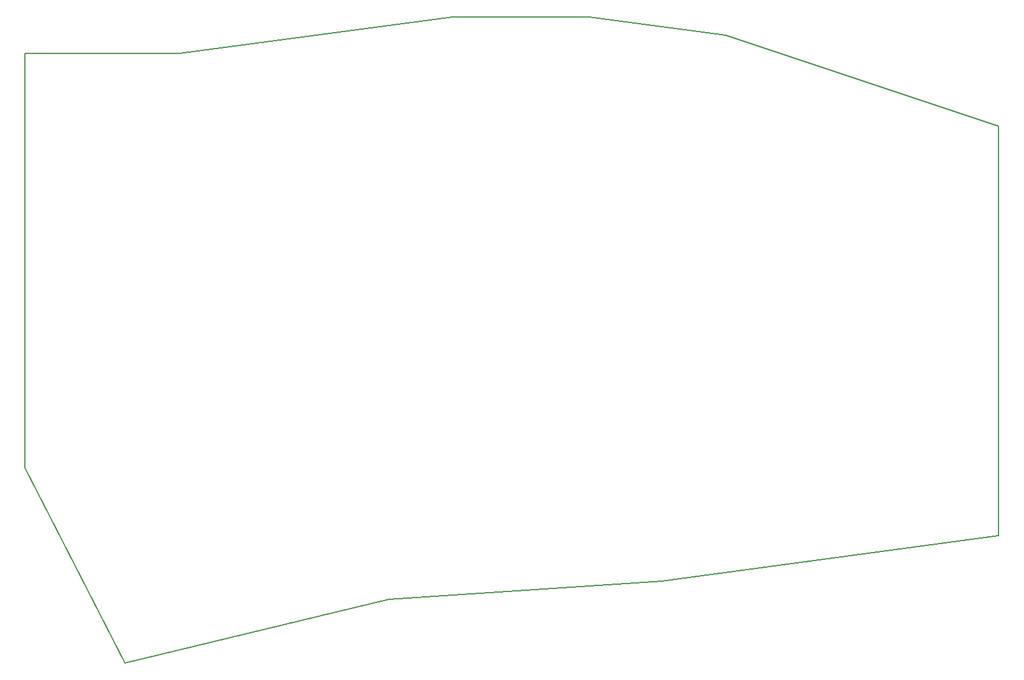
<source format=gm1>
From 091566813df47450a6fca945339cd1e1ba90c915 Mon Sep 17 00:00:00 2001
From: Marc Poulhiès <dkm@kataplop.net>
Date: Wed, 2 Sep 2020 16:06:58 +0200
Subject: Initial work for Pouetpouet board

Based on keyseebee but now very different.
---
 pcb/gerbers/v0.1/right/right-Edge.Cuts.gm1 | 40 ------------------------------
 1 file changed, 40 deletions(-)
 delete mode 100644 pcb/gerbers/v0.1/right/right-Edge.Cuts.gm1

(limited to 'pcb/gerbers/v0.1/right/right-Edge.Cuts.gm1')

diff --git a/pcb/gerbers/v0.1/right/right-Edge.Cuts.gm1 b/pcb/gerbers/v0.1/right/right-Edge.Cuts.gm1
deleted file mode 100644
index 9dbff5b..0000000
--- a/pcb/gerbers/v0.1/right/right-Edge.Cuts.gm1
+++ /dev/null
@@ -1,40 +0,0 @@
-G04 #@! TF.GenerationSoftware,KiCad,Pcbnew,5.0.2+dfsg1-1*
-G04 #@! TF.CreationDate,2020-08-02T18:17:23+02:00*
-G04 #@! TF.ProjectId,right,72696768-742e-46b6-9963-61645f706362,rev?*
-G04 #@! TF.SameCoordinates,Original*
-G04 #@! TF.FileFunction,Profile,NP*
-%FSLAX46Y46*%
-G04 Gerber Fmt 4.6, Leading zero omitted, Abs format (unit mm)*
-G04 Created by KiCad (PCBNEW 5.0.2+dfsg1-1) date dim. 02 août 2020 18:17:23 CEST*
-%MOMM*%
-%LPD*%
-G01*
-G04 APERTURE LIST*
-%ADD10C,0.150000*%
-%ADD11C,0.200000*%
-G04 APERTURE END LIST*
-D10*
-X80899000Y-64897000D02*
-X80899000Y-122682000D01*
-X102489000Y-64897000D02*
-X80899000Y-64897000D01*
-D11*
-X94869000Y-149987000D02*
-X80899000Y-122682000D01*
-X131699000Y-141097000D02*
-X94869000Y-149987000D01*
-X169799000Y-138557000D02*
-X131699000Y-141097000D01*
-X216789000Y-132207000D02*
-X169799000Y-138557000D01*
-X216789000Y-75057000D02*
-X216789000Y-132207000D01*
-X178689000Y-62357000D02*
-X216789000Y-75057000D01*
-X159639000Y-59817000D02*
-X178689000Y-62357000D01*
-X140589000Y-59817000D02*
-X159639000Y-59817000D01*
-X102489000Y-64897000D02*
-X140589000Y-59817000D01*
-M02*
-- 
cgit v1.2.3


</source>
